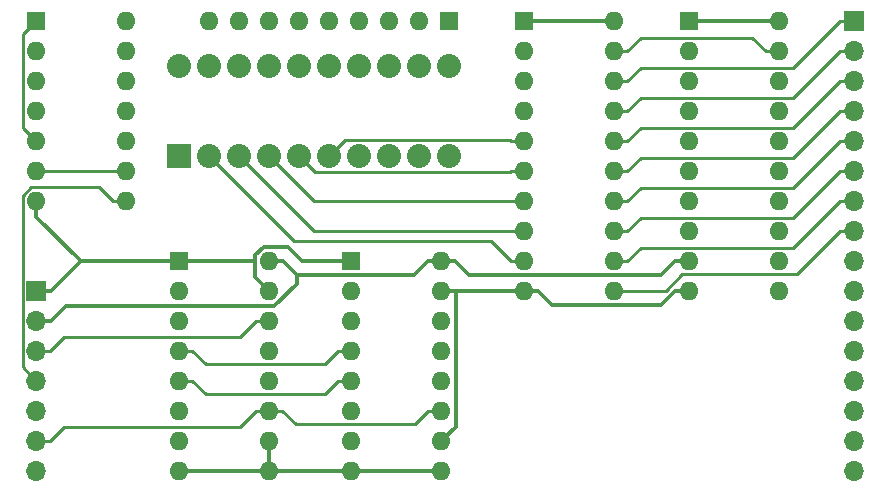
<source format=gtl>
G04 #@! TF.GenerationSoftware,KiCad,Pcbnew,5.0.2+dfsg1-1*
G04 #@! TF.CreationDate,2019-08-02T16:39:56+02:00*
G04 #@! TF.ProjectId,Stack-Pointer,53746163-6b2d-4506-9f69-6e7465722e6b,rev?*
G04 #@! TF.SameCoordinates,Original*
G04 #@! TF.FileFunction,Copper,L1,Top*
G04 #@! TF.FilePolarity,Positive*
%FSLAX46Y46*%
G04 Gerber Fmt 4.6, Leading zero omitted, Abs format (unit mm)*
G04 Created by KiCad (PCBNEW 5.0.2+dfsg1-1) date vr 02 aug 2019 16:39:56 CEST*
%MOMM*%
%LPD*%
G01*
G04 APERTURE LIST*
G04 #@! TA.AperFunction,ComponentPad*
%ADD10R,1.700000X1.700000*%
G04 #@! TD*
G04 #@! TA.AperFunction,ComponentPad*
%ADD11O,1.700000X1.700000*%
G04 #@! TD*
G04 #@! TA.AperFunction,ComponentPad*
%ADD12O,1.600000X1.600000*%
G04 #@! TD*
G04 #@! TA.AperFunction,ComponentPad*
%ADD13R,1.600000X1.600000*%
G04 #@! TD*
G04 #@! TA.AperFunction,ComponentPad*
%ADD14R,2.032000X2.032000*%
G04 #@! TD*
G04 #@! TA.AperFunction,ComponentPad*
%ADD15C,2.032000*%
G04 #@! TD*
G04 #@! TA.AperFunction,Conductor*
%ADD16C,0.350000*%
G04 #@! TD*
G04 #@! TA.AperFunction,Conductor*
%ADD17C,0.250000*%
G04 #@! TD*
G04 APERTURE END LIST*
D10*
G04 #@! TO.P,J1,1*
G04 #@! TO.N,GND*
X54610000Y-51435000D03*
D11*
G04 #@! TO.P,J1,2*
G04 #@! TO.N,+5V*
X54610000Y-53975000D03*
G04 #@! TO.P,J1,3*
G04 #@! TO.N,CLOCK*
X54610000Y-56515000D03*
G04 #@! TO.P,J1,4*
G04 #@! TO.N,STK_INC*
X54610000Y-59055000D03*
G04 #@! TO.P,J1,5*
G04 #@! TO.N,STK_DEC*
X54610000Y-61595000D03*
G04 #@! TO.P,J1,6*
G04 #@! TO.N,~STK_RESET*
X54610000Y-64135000D03*
G04 #@! TO.P,J1,7*
G04 #@! TO.N,~STK_OUT*
X54610000Y-66675000D03*
G04 #@! TD*
D12*
G04 #@! TO.P,U5,20*
G04 #@! TO.N,+5V*
X117475000Y-28575000D03*
G04 #@! TO.P,U5,10*
G04 #@! TO.N,GND*
X109855000Y-51435000D03*
G04 #@! TO.P,U5,19*
G04 #@! TO.N,~STK_OUT*
X117475000Y-31115000D03*
G04 #@! TO.P,U5,9*
G04 #@! TO.N,+5V*
X109855000Y-48895000D03*
G04 #@! TO.P,U5,18*
G04 #@! TO.N,Net-(J2-Pad9)*
X117475000Y-33655000D03*
G04 #@! TO.P,U5,8*
G04 #@! TO.N,+5V*
X109855000Y-46355000D03*
G04 #@! TO.P,U5,17*
G04 #@! TO.N,Net-(J2-Pad10)*
X117475000Y-36195000D03*
G04 #@! TO.P,U5,7*
G04 #@! TO.N,+5V*
X109855000Y-43815000D03*
G04 #@! TO.P,U5,16*
G04 #@! TO.N,Net-(J2-Pad11)*
X117475000Y-38735000D03*
G04 #@! TO.P,U5,6*
G04 #@! TO.N,+5V*
X109855000Y-41275000D03*
G04 #@! TO.P,U5,15*
G04 #@! TO.N,Net-(J2-Pad12)*
X117475000Y-41275000D03*
G04 #@! TO.P,U5,5*
G04 #@! TO.N,+5V*
X109855000Y-38735000D03*
G04 #@! TO.P,U5,14*
G04 #@! TO.N,Net-(J2-Pad13)*
X117475000Y-43815000D03*
G04 #@! TO.P,U5,4*
G04 #@! TO.N,+5V*
X109855000Y-36195000D03*
G04 #@! TO.P,U5,13*
G04 #@! TO.N,Net-(J2-Pad14)*
X117475000Y-46355000D03*
G04 #@! TO.P,U5,3*
G04 #@! TO.N,+5V*
X109855000Y-33655000D03*
G04 #@! TO.P,U5,12*
G04 #@! TO.N,Net-(J2-Pad15)*
X117475000Y-48895000D03*
G04 #@! TO.P,U5,2*
G04 #@! TO.N,+5V*
X109855000Y-31115000D03*
G04 #@! TO.P,U5,11*
G04 #@! TO.N,Net-(J2-Pad16)*
X117475000Y-51435000D03*
D13*
G04 #@! TO.P,U5,1*
G04 #@! TO.N,+5V*
X109855000Y-28575000D03*
G04 #@! TD*
G04 #@! TO.P,U4,1*
G04 #@! TO.N,+5V*
X95885000Y-28575000D03*
D12*
G04 #@! TO.P,U4,11*
G04 #@! TO.N,Net-(J2-Pad8)*
X103505000Y-51435000D03*
G04 #@! TO.P,U4,2*
G04 #@! TO.N,Net-(BAR1-Pad9)*
X95885000Y-31115000D03*
G04 #@! TO.P,U4,12*
G04 #@! TO.N,Net-(J2-Pad7)*
X103505000Y-48895000D03*
G04 #@! TO.P,U4,3*
G04 #@! TO.N,Net-(BAR1-Pad8)*
X95885000Y-33655000D03*
G04 #@! TO.P,U4,13*
G04 #@! TO.N,Net-(J2-Pad6)*
X103505000Y-46355000D03*
G04 #@! TO.P,U4,4*
G04 #@! TO.N,Net-(BAR1-Pad7)*
X95885000Y-36195000D03*
G04 #@! TO.P,U4,14*
G04 #@! TO.N,Net-(J2-Pad5)*
X103505000Y-43815000D03*
G04 #@! TO.P,U4,5*
G04 #@! TO.N,Net-(BAR1-Pad6)*
X95885000Y-38735000D03*
G04 #@! TO.P,U4,15*
G04 #@! TO.N,Net-(J2-Pad4)*
X103505000Y-41275000D03*
G04 #@! TO.P,U4,6*
G04 #@! TO.N,Net-(BAR1-Pad5)*
X95885000Y-41275000D03*
G04 #@! TO.P,U4,16*
G04 #@! TO.N,Net-(J2-Pad3)*
X103505000Y-38735000D03*
G04 #@! TO.P,U4,7*
G04 #@! TO.N,Net-(BAR1-Pad4)*
X95885000Y-43815000D03*
G04 #@! TO.P,U4,17*
G04 #@! TO.N,Net-(J2-Pad2)*
X103505000Y-36195000D03*
G04 #@! TO.P,U4,8*
G04 #@! TO.N,Net-(BAR1-Pad3)*
X95885000Y-46355000D03*
G04 #@! TO.P,U4,18*
G04 #@! TO.N,Net-(J2-Pad1)*
X103505000Y-33655000D03*
G04 #@! TO.P,U4,9*
G04 #@! TO.N,Net-(BAR1-Pad2)*
X95885000Y-48895000D03*
G04 #@! TO.P,U4,19*
G04 #@! TO.N,~STK_OUT*
X103505000Y-31115000D03*
G04 #@! TO.P,U4,10*
G04 #@! TO.N,GND*
X95885000Y-51435000D03*
G04 #@! TO.P,U4,20*
G04 #@! TO.N,+5V*
X103505000Y-28575000D03*
G04 #@! TD*
D10*
G04 #@! TO.P,J2,1*
G04 #@! TO.N,Net-(J2-Pad1)*
X123825000Y-28575000D03*
D11*
G04 #@! TO.P,J2,2*
G04 #@! TO.N,Net-(J2-Pad2)*
X123825000Y-31115000D03*
G04 #@! TO.P,J2,3*
G04 #@! TO.N,Net-(J2-Pad3)*
X123825000Y-33655000D03*
G04 #@! TO.P,J2,4*
G04 #@! TO.N,Net-(J2-Pad4)*
X123825000Y-36195000D03*
G04 #@! TO.P,J2,5*
G04 #@! TO.N,Net-(J2-Pad5)*
X123825000Y-38735000D03*
G04 #@! TO.P,J2,6*
G04 #@! TO.N,Net-(J2-Pad6)*
X123825000Y-41275000D03*
G04 #@! TO.P,J2,7*
G04 #@! TO.N,Net-(J2-Pad7)*
X123825000Y-43815000D03*
G04 #@! TO.P,J2,8*
G04 #@! TO.N,Net-(J2-Pad8)*
X123825000Y-46355000D03*
G04 #@! TO.P,J2,9*
G04 #@! TO.N,Net-(J2-Pad9)*
X123825000Y-48895000D03*
G04 #@! TO.P,J2,10*
G04 #@! TO.N,Net-(J2-Pad10)*
X123825000Y-51435000D03*
G04 #@! TO.P,J2,11*
G04 #@! TO.N,Net-(J2-Pad11)*
X123825000Y-53975000D03*
G04 #@! TO.P,J2,12*
G04 #@! TO.N,Net-(J2-Pad12)*
X123825000Y-56515000D03*
G04 #@! TO.P,J2,13*
G04 #@! TO.N,Net-(J2-Pad13)*
X123825000Y-59055000D03*
G04 #@! TO.P,J2,14*
G04 #@! TO.N,Net-(J2-Pad14)*
X123825000Y-61595000D03*
G04 #@! TO.P,J2,15*
G04 #@! TO.N,Net-(J2-Pad15)*
X123825000Y-64135000D03*
G04 #@! TO.P,J2,16*
G04 #@! TO.N,Net-(J2-Pad16)*
X123825000Y-66675000D03*
G04 #@! TD*
D14*
G04 #@! TO.P,BAR1,1*
G04 #@! TO.N,Net-(BAR1-Pad1)*
X66675000Y-40005000D03*
D15*
G04 #@! TO.P,BAR1,2*
G04 #@! TO.N,Net-(BAR1-Pad2)*
X69215000Y-40005000D03*
G04 #@! TO.P,BAR1,3*
G04 #@! TO.N,Net-(BAR1-Pad3)*
X71755000Y-40005000D03*
G04 #@! TO.P,BAR1,4*
G04 #@! TO.N,Net-(BAR1-Pad4)*
X74295000Y-40005000D03*
G04 #@! TO.P,BAR1,13*
G04 #@! TO.N,Net-(BAR1-Pad13)*
X84455000Y-32385000D03*
G04 #@! TO.P,BAR1,14*
G04 #@! TO.N,Net-(BAR1-Pad14)*
X81915000Y-32385000D03*
G04 #@! TO.P,BAR1,15*
G04 #@! TO.N,Net-(BAR1-Pad15)*
X79375000Y-32385000D03*
G04 #@! TO.P,BAR1,16*
G04 #@! TO.N,Net-(BAR1-Pad16)*
X76835000Y-32385000D03*
G04 #@! TO.P,BAR1,5*
G04 #@! TO.N,Net-(BAR1-Pad5)*
X76835000Y-40005000D03*
G04 #@! TO.P,BAR1,6*
G04 #@! TO.N,Net-(BAR1-Pad6)*
X79375000Y-40005000D03*
G04 #@! TO.P,BAR1,7*
G04 #@! TO.N,Net-(BAR1-Pad7)*
X81915000Y-40005000D03*
G04 #@! TO.P,BAR1,8*
G04 #@! TO.N,Net-(BAR1-Pad8)*
X84455000Y-40005000D03*
G04 #@! TO.P,BAR1,12*
G04 #@! TO.N,Net-(BAR1-Pad12)*
X86995000Y-32385000D03*
G04 #@! TO.P,BAR1,11*
G04 #@! TO.N,Net-(BAR1-Pad11)*
X89535000Y-32385000D03*
G04 #@! TO.P,BAR1,10*
G04 #@! TO.N,Net-(BAR1-Pad10)*
X89535000Y-40005000D03*
G04 #@! TO.P,BAR1,9*
G04 #@! TO.N,Net-(BAR1-Pad9)*
X86995000Y-40005000D03*
G04 #@! TO.P,BAR1,17*
G04 #@! TO.N,Net-(BAR1-Pad17)*
X74295000Y-32385000D03*
G04 #@! TO.P,BAR1,18*
G04 #@! TO.N,Net-(BAR1-Pad18)*
X71755000Y-32385000D03*
G04 #@! TO.P,BAR1,19*
G04 #@! TO.N,Net-(BAR1-Pad19)*
X69215000Y-32385000D03*
G04 #@! TO.P,BAR1,20*
G04 #@! TO.N,Net-(BAR1-Pad20)*
X66675000Y-32385000D03*
G04 #@! TD*
D13*
G04 #@! TO.P,U1,1*
G04 #@! TO.N,DOWN_~UP*
X54610000Y-28575000D03*
D12*
G04 #@! TO.P,U1,8*
G04 #@! TO.N,STK_INC*
X62230000Y-43815000D03*
G04 #@! TO.P,U1,2*
X54610000Y-31115000D03*
G04 #@! TO.P,U1,9*
G04 #@! TO.N,STK_DEC*
X62230000Y-41275000D03*
G04 #@! TO.P,U1,3*
G04 #@! TO.N,Net-(U1-Pad3)*
X54610000Y-33655000D03*
G04 #@! TO.P,U1,10*
G04 #@! TO.N,~CLK_EN*
X62230000Y-38735000D03*
G04 #@! TO.P,U1,4*
G04 #@! TO.N,Net-(U1-Pad3)*
X54610000Y-36195000D03*
G04 #@! TO.P,U1,11*
G04 #@! TO.N,N/C*
X62230000Y-36195000D03*
G04 #@! TO.P,U1,5*
G04 #@! TO.N,DOWN_~UP*
X54610000Y-38735000D03*
G04 #@! TO.P,U1,12*
G04 #@! TO.N,N/C*
X62230000Y-33655000D03*
G04 #@! TO.P,U1,6*
G04 #@! TO.N,STK_DEC*
X54610000Y-41275000D03*
G04 #@! TO.P,U1,13*
G04 #@! TO.N,N/C*
X62230000Y-31115000D03*
G04 #@! TO.P,U1,7*
G04 #@! TO.N,GND*
X54610000Y-43815000D03*
G04 #@! TO.P,U1,14*
G04 #@! TO.N,+5V*
X62230000Y-28575000D03*
G04 #@! TD*
G04 #@! TO.P,U3,16*
G04 #@! TO.N,+5V*
X88900000Y-48895000D03*
G04 #@! TO.P,U3,8*
G04 #@! TO.N,GND*
X81280000Y-66675000D03*
G04 #@! TO.P,U3,15*
X88900000Y-51435000D03*
G04 #@! TO.P,U3,7*
G04 #@! TO.N,Net-(BAR1-Pad2)*
X81280000Y-64135000D03*
G04 #@! TO.P,U3,14*
G04 #@! TO.N,Net-(U2-Pad13)*
X88900000Y-53975000D03*
G04 #@! TO.P,U3,6*
G04 #@! TO.N,Net-(BAR1-Pad3)*
X81280000Y-61595000D03*
G04 #@! TO.P,U3,13*
G04 #@! TO.N,Net-(U3-Pad13)*
X88900000Y-56515000D03*
G04 #@! TO.P,U3,5*
G04 #@! TO.N,DOWN_~UP*
X81280000Y-59055000D03*
G04 #@! TO.P,U3,12*
G04 #@! TO.N,Net-(U3-Pad12)*
X88900000Y-59055000D03*
G04 #@! TO.P,U3,4*
G04 #@! TO.N,~CLK_EN*
X81280000Y-56515000D03*
G04 #@! TO.P,U3,11*
G04 #@! TO.N,~STK_RESET*
X88900000Y-61595000D03*
G04 #@! TO.P,U3,3*
G04 #@! TO.N,Net-(BAR1-Pad5)*
X81280000Y-53975000D03*
G04 #@! TO.P,U3,10*
G04 #@! TO.N,GND*
X88900000Y-64135000D03*
G04 #@! TO.P,U3,2*
G04 #@! TO.N,Net-(BAR1-Pad4)*
X81280000Y-51435000D03*
G04 #@! TO.P,U3,9*
G04 #@! TO.N,GND*
X88900000Y-66675000D03*
D13*
G04 #@! TO.P,U3,1*
X81280000Y-48895000D03*
G04 #@! TD*
G04 #@! TO.P,U2,1*
G04 #@! TO.N,GND*
X66675000Y-48895000D03*
D12*
G04 #@! TO.P,U2,9*
X74295000Y-66675000D03*
G04 #@! TO.P,U2,2*
G04 #@! TO.N,Net-(BAR1-Pad8)*
X66675000Y-51435000D03*
G04 #@! TO.P,U2,10*
G04 #@! TO.N,GND*
X74295000Y-64135000D03*
G04 #@! TO.P,U2,3*
G04 #@! TO.N,Net-(BAR1-Pad9)*
X66675000Y-53975000D03*
G04 #@! TO.P,U2,11*
G04 #@! TO.N,~STK_RESET*
X74295000Y-61595000D03*
G04 #@! TO.P,U2,4*
G04 #@! TO.N,~CLK_EN*
X66675000Y-56515000D03*
G04 #@! TO.P,U2,12*
G04 #@! TO.N,Net-(U2-Pad12)*
X74295000Y-59055000D03*
G04 #@! TO.P,U2,5*
G04 #@! TO.N,DOWN_~UP*
X66675000Y-59055000D03*
G04 #@! TO.P,U2,13*
G04 #@! TO.N,Net-(U2-Pad13)*
X74295000Y-56515000D03*
G04 #@! TO.P,U2,6*
G04 #@! TO.N,Net-(BAR1-Pad7)*
X66675000Y-61595000D03*
G04 #@! TO.P,U2,14*
G04 #@! TO.N,CLOCK*
X74295000Y-53975000D03*
G04 #@! TO.P,U2,7*
G04 #@! TO.N,Net-(BAR1-Pad6)*
X66675000Y-64135000D03*
G04 #@! TO.P,U2,15*
G04 #@! TO.N,GND*
X74295000Y-51435000D03*
G04 #@! TO.P,U2,8*
X66675000Y-66675000D03*
G04 #@! TO.P,U2,16*
G04 #@! TO.N,+5V*
X74295000Y-48895000D03*
G04 #@! TD*
D13*
G04 #@! TO.P,RN1,1*
G04 #@! TO.N,GND*
X89535000Y-28575000D03*
D12*
G04 #@! TO.P,RN1,2*
G04 #@! TO.N,Net-(BAR1-Pad12)*
X86995000Y-28575000D03*
G04 #@! TO.P,RN1,3*
G04 #@! TO.N,Net-(BAR1-Pad13)*
X84455000Y-28575000D03*
G04 #@! TO.P,RN1,4*
G04 #@! TO.N,Net-(BAR1-Pad14)*
X81915000Y-28575000D03*
G04 #@! TO.P,RN1,5*
G04 #@! TO.N,Net-(BAR1-Pad15)*
X79375000Y-28575000D03*
G04 #@! TO.P,RN1,6*
G04 #@! TO.N,Net-(BAR1-Pad16)*
X76835000Y-28575000D03*
G04 #@! TO.P,RN1,7*
G04 #@! TO.N,Net-(BAR1-Pad17)*
X74295000Y-28575000D03*
G04 #@! TO.P,RN1,8*
G04 #@! TO.N,Net-(BAR1-Pad18)*
X71755000Y-28575000D03*
G04 #@! TO.P,RN1,9*
G04 #@! TO.N,Net-(BAR1-Pad19)*
X69215000Y-28575000D03*
G04 #@! TD*
D16*
G04 #@! TO.N,GND*
X88900000Y-66675000D02*
X81280000Y-66675000D01*
X81280000Y-48895000D02*
X77130300Y-48895000D01*
X77130300Y-48895000D02*
X75927600Y-47692300D01*
X75927600Y-47692300D02*
X73835300Y-47692300D01*
X73835300Y-47692300D02*
X73119600Y-48408000D01*
X73119600Y-48408000D02*
X73119600Y-48895000D01*
X73119600Y-48895000D02*
X67850300Y-48895000D01*
X66675000Y-48895000D02*
X67850300Y-48895000D01*
X90103800Y-51435000D02*
X95885000Y-51435000D01*
X88900000Y-51435000D02*
X90103800Y-51435000D01*
X58375300Y-48895000D02*
X55835300Y-51435000D01*
X66675000Y-48895000D02*
X58375300Y-48895000D01*
X54610000Y-43815000D02*
X54610000Y-45129700D01*
X54610000Y-45129700D02*
X58375300Y-48895000D01*
X54610000Y-51435000D02*
X55835300Y-51435000D01*
X95885000Y-51435000D02*
X97060300Y-51435000D01*
X97060300Y-51435000D02*
X98237400Y-52612100D01*
X98237400Y-52612100D02*
X107502600Y-52612100D01*
X107502600Y-52612100D02*
X108679700Y-51435000D01*
X109855000Y-51435000D02*
X108679700Y-51435000D01*
X74295000Y-66675000D02*
X80104700Y-66675000D01*
X81280000Y-66675000D02*
X80104700Y-66675000D01*
X74295000Y-64135000D02*
X74295000Y-66675000D01*
X66675000Y-66675000D02*
X74295000Y-66675000D01*
X73119600Y-50259600D02*
X73119600Y-48895000D01*
X74295000Y-51435000D02*
X73119600Y-50259600D01*
X90103800Y-62931200D02*
X90103800Y-60960000D01*
X88900000Y-64135000D02*
X90103800Y-62931200D01*
X90103800Y-51435000D02*
X90103800Y-60960000D01*
D17*
G04 #@! TO.N,~STK_RESET*
X88900000Y-61595000D02*
X87774700Y-61595000D01*
X74295000Y-61595000D02*
X75420300Y-61595000D01*
X75420300Y-61595000D02*
X76545600Y-62720300D01*
X76545600Y-62720300D02*
X86649400Y-62720300D01*
X86649400Y-62720300D02*
X87774700Y-61595000D01*
X73732400Y-61595000D02*
X74295000Y-61595000D01*
X73732400Y-61595000D02*
X73169700Y-61595000D01*
X54610000Y-64135000D02*
X55785300Y-64135000D01*
X73169700Y-61595000D02*
X71805000Y-62959700D01*
X71805000Y-62959700D02*
X56960600Y-62959700D01*
X56960600Y-62959700D02*
X55785300Y-64135000D01*
G04 #@! TO.N,~CLK_EN*
X81280000Y-56515000D02*
X80154700Y-56515000D01*
X66675000Y-56515000D02*
X67800300Y-56515000D01*
X67800300Y-56515000D02*
X68925600Y-57640300D01*
X68925600Y-57640300D02*
X79029400Y-57640300D01*
X79029400Y-57640300D02*
X80154700Y-56515000D01*
G04 #@! TO.N,DOWN_~UP*
X81280000Y-59055000D02*
X80154700Y-59055000D01*
X66675000Y-59055000D02*
X67800300Y-59055000D01*
X67800300Y-59055000D02*
X68925600Y-60180300D01*
X68925600Y-60180300D02*
X79029400Y-60180300D01*
X79029400Y-60180300D02*
X80154700Y-59055000D01*
X53484700Y-29700300D02*
X54610000Y-28575000D01*
X53484700Y-37609700D02*
X53484700Y-29700300D01*
X54610000Y-38735000D02*
X53484700Y-37609700D01*
G04 #@! TO.N,CLOCK*
X54610000Y-56515000D02*
X55785300Y-56515000D01*
X74295000Y-53975000D02*
X73169700Y-53975000D01*
X73169700Y-53975000D02*
X71805000Y-55339700D01*
X71805000Y-55339700D02*
X56960600Y-55339700D01*
X56960600Y-55339700D02*
X55785300Y-56515000D01*
G04 #@! TO.N,Net-(BAR1-Pad6)*
X95885000Y-38735000D02*
X94759700Y-38735000D01*
X79375000Y-40005000D02*
X80722500Y-38657500D01*
X80722500Y-38657500D02*
X94682200Y-38657500D01*
X94682200Y-38657500D02*
X94759700Y-38735000D01*
D16*
G04 #@! TO.N,+5V*
X76645700Y-50070400D02*
X86549300Y-50070400D01*
X86549300Y-50070400D02*
X87724700Y-48895000D01*
X75470300Y-48895000D02*
X76645700Y-50070400D01*
X76645700Y-50070400D02*
X76645700Y-50784000D01*
X76645700Y-50784000D02*
X74724700Y-52705000D01*
X74724700Y-52705000D02*
X57105300Y-52705000D01*
X57105300Y-52705000D02*
X55835300Y-53975000D01*
X54610000Y-53975000D02*
X55835300Y-53975000D01*
X88900000Y-48895000D02*
X87724700Y-48895000D01*
X74295000Y-48895000D02*
X75470300Y-48895000D01*
X95885000Y-28575000D02*
X103505000Y-28575000D01*
X109855000Y-28575000D02*
X117475000Y-28575000D01*
X109855000Y-48895000D02*
X108679700Y-48895000D01*
X88900000Y-48895000D02*
X90075300Y-48895000D01*
X90075300Y-48895000D02*
X91265900Y-50085600D01*
X91265900Y-50085600D02*
X107489100Y-50085600D01*
X107489100Y-50085600D02*
X108679700Y-48895000D01*
D17*
G04 #@! TO.N,Net-(BAR1-Pad2)*
X95885000Y-48895000D02*
X94759700Y-48895000D01*
X94759700Y-48895000D02*
X93084000Y-47219300D01*
X93084000Y-47219300D02*
X76429300Y-47219300D01*
X76429300Y-47219300D02*
X69215000Y-40005000D01*
G04 #@! TO.N,Net-(BAR1-Pad3)*
X94759700Y-46355000D02*
X78105000Y-46355000D01*
X78105000Y-46355000D02*
X71755000Y-40005000D01*
X95885000Y-46355000D02*
X94759700Y-46355000D01*
G04 #@! TO.N,Net-(BAR1-Pad5)*
X95885000Y-41275000D02*
X94759700Y-41275000D01*
X94759700Y-41275000D02*
X94665500Y-41369200D01*
X94665500Y-41369200D02*
X78199200Y-41369200D01*
X78199200Y-41369200D02*
X76835000Y-40005000D01*
G04 #@! TO.N,Net-(BAR1-Pad4)*
X74295000Y-40005000D02*
X78105000Y-43815000D01*
X78105000Y-43815000D02*
X95885000Y-43815000D01*
G04 #@! TO.N,STK_INC*
X54610000Y-59055000D02*
X53434700Y-57879700D01*
X53434700Y-57879700D02*
X53434700Y-43368000D01*
X53434700Y-43368000D02*
X54154800Y-42647900D01*
X61104700Y-43815000D02*
X62230000Y-43815000D01*
X54154800Y-42647900D02*
X59937600Y-42647900D01*
X59937600Y-42647900D02*
X61104700Y-43815000D01*
G04 #@! TO.N,STK_DEC*
X54610000Y-41275000D02*
X62230000Y-41275000D01*
G04 #@! TO.N,Net-(J2-Pad8)*
X123825000Y-46355000D02*
X122649700Y-46355000D01*
X122649700Y-46355000D02*
X118984300Y-50020400D01*
X118984300Y-50020400D02*
X109295200Y-50020400D01*
X109295200Y-50020400D02*
X107880600Y-51435000D01*
X107880600Y-51435000D02*
X103505000Y-51435000D01*
G04 #@! TO.N,Net-(J2-Pad7)*
X103505000Y-48895000D02*
X104630300Y-48895000D01*
X123825000Y-43815000D02*
X122649700Y-43815000D01*
X122649700Y-43815000D02*
X118695000Y-47769700D01*
X118695000Y-47769700D02*
X105755600Y-47769700D01*
X105755600Y-47769700D02*
X104630300Y-48895000D01*
G04 #@! TO.N,Net-(J2-Pad6)*
X103505000Y-46355000D02*
X104630300Y-46355000D01*
X123825000Y-41275000D02*
X122649700Y-41275000D01*
X122649700Y-41275000D02*
X118695000Y-45229700D01*
X118695000Y-45229700D02*
X105755600Y-45229700D01*
X105755600Y-45229700D02*
X104630300Y-46355000D01*
G04 #@! TO.N,Net-(J2-Pad5)*
X103505000Y-43815000D02*
X104630300Y-43815000D01*
X123825000Y-38735000D02*
X122649700Y-38735000D01*
X122649700Y-38735000D02*
X118695000Y-42689700D01*
X118695000Y-42689700D02*
X105755600Y-42689700D01*
X105755600Y-42689700D02*
X104630300Y-43815000D01*
G04 #@! TO.N,Net-(J2-Pad4)*
X103505000Y-41275000D02*
X104630300Y-41275000D01*
X123825000Y-36195000D02*
X122649700Y-36195000D01*
X122649700Y-36195000D02*
X118695000Y-40149700D01*
X118695000Y-40149700D02*
X105755600Y-40149700D01*
X105755600Y-40149700D02*
X104630300Y-41275000D01*
G04 #@! TO.N,Net-(J2-Pad3)*
X103505000Y-38735000D02*
X104630300Y-38735000D01*
X123825000Y-33655000D02*
X122649700Y-33655000D01*
X122649700Y-33655000D02*
X118695000Y-37609700D01*
X118695000Y-37609700D02*
X105755600Y-37609700D01*
X105755600Y-37609700D02*
X104630300Y-38735000D01*
G04 #@! TO.N,Net-(J2-Pad2)*
X123825000Y-31115000D02*
X122649700Y-31115000D01*
X105755600Y-35069700D02*
X104630300Y-36195000D01*
X122649700Y-31115000D02*
X118695000Y-35069700D01*
X118695000Y-35069700D02*
X105755600Y-35069700D01*
X103505000Y-36195000D02*
X104630300Y-36195000D01*
G04 #@! TO.N,Net-(J2-Pad1)*
X103505000Y-33655000D02*
X104630300Y-33655000D01*
X123825000Y-28575000D02*
X122649700Y-28575000D01*
X122649700Y-28575000D02*
X118695000Y-32529700D01*
X118695000Y-32529700D02*
X105755600Y-32529700D01*
X105755600Y-32529700D02*
X104630300Y-33655000D01*
G04 #@! TO.N,~STK_OUT*
X103505000Y-31115000D02*
X104630300Y-31115000D01*
X104630300Y-31115000D02*
X105755600Y-29989700D01*
X115224400Y-29989700D02*
X116349700Y-31115000D01*
X105755600Y-29989700D02*
X115224400Y-29989700D01*
X117475000Y-31115000D02*
X116349700Y-31115000D01*
G04 #@! TD*
M02*

</source>
